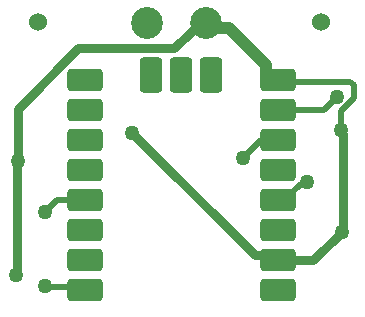
<source format=gtl>
G04*
G04 #@! TF.GenerationSoftware,Altium Limited,Altium Designer,22.2.1 (43)*
G04*
G04 Layer_Physical_Order=1*
G04 Layer_Color=255*
%FSLAX24Y24*%
%MOIN*%
G70*
G04*
G04 #@! TF.SameCoordinates,757E67FC-675A-4625-AC2D-E40298A33DAC*
G04*
G04*
G04 #@! TF.FilePolarity,Positive*
G04*
G01*
G75*
G04:AMPARAMS|DCode=11|XSize=118.1mil|YSize=74.8mil|CornerRadius=11.2mil|HoleSize=0mil|Usage=FLASHONLY|Rotation=180.000|XOffset=0mil|YOffset=0mil|HoleType=Round|Shape=RoundedRectangle|*
%AMROUNDEDRECTD11*
21,1,0.1181,0.0524,0,0,180.0*
21,1,0.0957,0.0748,0,0,180.0*
1,1,0.0224,-0.0478,0.0262*
1,1,0.0224,0.0478,0.0262*
1,1,0.0224,0.0478,-0.0262*
1,1,0.0224,-0.0478,-0.0262*
%
%ADD11ROUNDEDRECTD11*%
G04:AMPARAMS|DCode=12|XSize=118.1mil|YSize=74.8mil|CornerRadius=11.2mil|HoleSize=0mil|Usage=FLASHONLY|Rotation=270.000|XOffset=0mil|YOffset=0mil|HoleType=Round|Shape=RoundedRectangle|*
%AMROUNDEDRECTD12*
21,1,0.1181,0.0524,0,0,270.0*
21,1,0.0957,0.0748,0,0,270.0*
1,1,0.0224,-0.0262,-0.0478*
1,1,0.0224,-0.0262,0.0478*
1,1,0.0224,0.0262,0.0478*
1,1,0.0224,0.0262,-0.0478*
%
%ADD12ROUNDEDRECTD12*%
%ADD17C,0.0200*%
%ADD18C,0.0300*%
%ADD19C,0.0400*%
%ADD20C,0.0600*%
%ADD21C,0.1063*%
%ADD22C,0.0500*%
D11*
X12716Y900D02*
D03*
Y7900D02*
D03*
Y3900D02*
D03*
Y4900D02*
D03*
Y5900D02*
D03*
Y6900D02*
D03*
Y2900D02*
D03*
Y1900D02*
D03*
X6284Y7900D02*
D03*
Y6900D02*
D03*
Y5900D02*
D03*
Y4900D02*
D03*
Y3900D02*
D03*
Y2900D02*
D03*
Y1900D02*
D03*
Y900D02*
D03*
D12*
X8500Y8073D02*
D03*
X10500D02*
D03*
X9500D02*
D03*
D17*
X5799Y993D02*
X6191D01*
X5794Y988D02*
X5799Y993D01*
X4950Y1045D02*
X5007Y988D01*
X5794D01*
X5350Y3900D02*
X6284D01*
X4950Y3500D02*
X5350Y3900D01*
X6191Y993D02*
X6284Y900D01*
X13643Y4443D02*
X13700Y4500D01*
X13482Y4443D02*
X13643D01*
X12716Y3900D02*
X12940D01*
X13482Y4443D01*
X12639Y8074D02*
Y8077D01*
X14850Y2850D02*
X14907Y2907D01*
X14830Y6169D02*
X14907Y6091D01*
X14830Y6169D02*
Y6250D01*
Y6881D01*
X12563Y2053D02*
X12716Y1900D01*
X12639Y7978D02*
Y8074D01*
X15133Y7850D02*
X15250Y7733D01*
Y7301D02*
Y7733D01*
X12716Y7900D02*
X12766Y7850D01*
X15133D01*
X14830Y6881D02*
X15250Y7301D01*
X14250Y6900D02*
X14700Y7350D01*
X12716Y6900D02*
X14250D01*
X12639Y7978D02*
X12716Y7900D01*
X10318Y9800D02*
X10484Y9635D01*
X11550Y5300D02*
X12150Y5900D01*
X12716D01*
X4000Y1400D02*
X4025Y1425D01*
Y5175D02*
X4050Y5200D01*
X6100Y5900D02*
X6284D01*
X6067Y1900D02*
X6284D01*
D18*
X6053Y8953D02*
X9253D01*
X4050Y5200D02*
Y6950D01*
X6053Y8953D01*
X9827Y9515D02*
X10112Y9800D01*
X9253Y8953D02*
X9815Y9515D01*
X10112Y9800D02*
X10318D01*
X9815Y9515D02*
X9827D01*
X13900Y1900D02*
X14850Y2850D01*
X12716Y1900D02*
X13900D01*
X14907Y2907D02*
Y6091D01*
X7875Y6125D02*
X11947Y2053D01*
X12563D01*
X4025Y1425D02*
Y5175D01*
D19*
X12639Y8074D02*
X12639D01*
X12326D02*
X12639D01*
X12326D02*
Y8390D01*
X11081Y9635D02*
X12326Y8390D01*
X10484Y9635D02*
X11081D01*
D20*
X12716Y900D02*
D03*
Y1900D02*
D03*
Y2900D02*
D03*
Y3900D02*
D03*
Y4900D02*
D03*
Y5900D02*
D03*
Y6900D02*
D03*
Y7900D02*
D03*
X6284D02*
D03*
Y6900D02*
D03*
Y5900D02*
D03*
Y3900D02*
D03*
Y2900D02*
D03*
Y1900D02*
D03*
Y900D02*
D03*
Y4900D02*
D03*
X14173Y9843D02*
D03*
X4724D02*
D03*
D21*
X8350Y9800D02*
D03*
X10318D02*
D03*
D22*
X7875Y6125D02*
D03*
X4950Y1045D02*
D03*
Y3500D02*
D03*
X13700Y4500D02*
D03*
X14850Y2850D02*
D03*
X14700Y7350D02*
D03*
X11550Y5300D02*
D03*
X4000Y1400D02*
D03*
X4050Y5200D02*
D03*
X14830Y6250D02*
D03*
M02*

</source>
